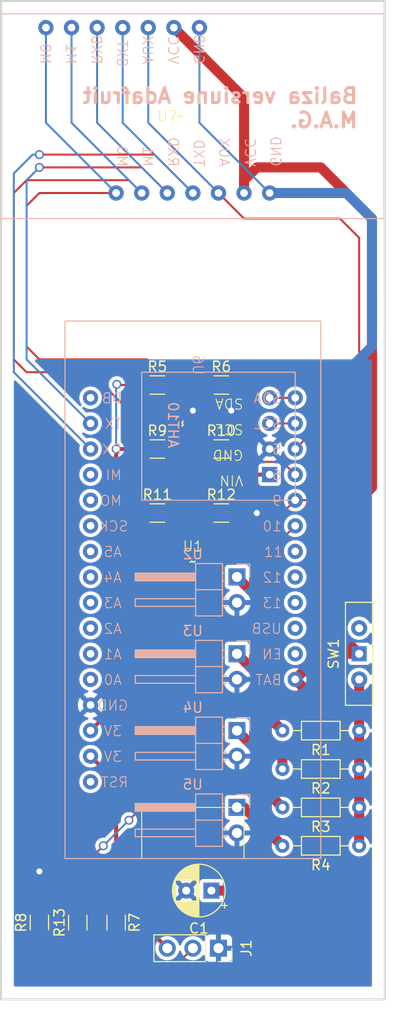
<source format=kicad_pcb>
(kicad_pcb (version 20221018) (generator pcbnew)
  (layers (0 "F.Cu" signal) (31 "B.Cu" signal) (34 "B.Paste" user) (35 "F.Paste" user) (36 "B.SilkS" user "B.Silkscreen") (37 "F.SilkS" user "F.Silkscreen") (38 "B.Mask" user) (39 "F.Mask" user) (44 "Edge.Cuts" user))
  (net 0 "")
  (net 1 "GND")
  (net 2 "Net-(J1-Pin_2)")
  (net 3 "+3.3V")
  (net 4 "Net-(SW1-C)")
  (net 5 "Net-(U2-+)")
  (net 6 "Net-(U3-+)")
  (net 7 "Net-(U4-+)")
  (net 8 "Net-(U5-+)")
  (net 9 "Net-(U1-D5)")
  (net 10 "Net-(U1-D9)")
  (net 11 "Vdrive")
  (net 14 "Net-(U1-TX)")
  (net 15 "Net-(U1-RX)")
  (net 30 "Net-(U1-SCL)")
  (net 31 "Net-(U1-SDA)")
  (net 32 "Net-(U1-D10)")
  (net 34 "Net-(U1-D6)")
  (footprint "Resistor_THT:R_Axial_DIN0204_L3.6mm_D1.6mm_P7.62mm_Horizontal" (layer "F.Cu") (at 113.03 127 180)
    (fp_text reference "R2" (at 3.81 -1.92) (layer "F.SilkS"))
    (fp_text value "R")
    (pad "1" thru_hole circle (at 0 0 180) (size 1.4 1.4) (drill 0.7) (layers "*.Cu" "*.Mask") (net 4 "Net-(SW1-C)"))
    (pad "2" thru_hole oval (at 7.62 0 180) (size 1.4 1.4) (drill 0.7) (layers "*.Cu" "*.Mask") (net 6 "Net-(U3-+)"))
  )
  (footprint "Resistor_SMD:R_1206_3216Metric_Pad1.30x1.75mm_HandSolder" (layer "F.Cu") (at 88.9 142.24 -90)
    (fp_text reference "R7" (at 0 -1.82 90) (layer "F.SilkS"))
    (fp_text value "R")
    (pad "1" smd roundrect (at -1.55 0 270) (size 1.3 1.75) (layers "F.Cu" "F.Paste" "F.Mask") (roundrect_rratio 0.1923076923) (net 3 "+3.3V"))
    (pad "2" smd roundrect (at 1.55 0 270) (size 1.3 1.75) (layers "F.Cu" "F.Paste" "F.Mask") (roundrect_rratio 0.1923076923) (net 2 "Net-(J1-Pin_2)"))
  )
  (footprint "Resistor_THT:R_Axial_DIN0204_L3.6mm_D1.6mm_P7.62mm_Horizontal" (layer "F.Cu") (at 113.03 130.81 180)
    (fp_text reference "R3" (at 3.81 -1.92) (layer "F.SilkS"))
    (fp_text value "R")
    (pad "1" thru_hole circle (at 0 0 180) (size 1.4 1.4) (drill 0.7) (layers "*.Cu" "*.Mask") (net 4 "Net-(SW1-C)"))
    (pad "2" thru_hole oval (at 7.62 0 180) (size 1.4 1.4) (drill 0.7) (layers "*.Cu" "*.Mask") (net 7 "Net-(U4-+)"))
  )
  (footprint "Connector_PinSocket_2.54mm:PinSocket_1x03_P2.54mm_Vertical" (layer "F.Cu") (at 99.06 144.78 -90)
    (fp_text reference "J1" (at 0 -2.77 90) (layer "F.SilkS"))
    (fp_text value "Conn_01x03_Socket")
    (pad "1" thru_hole rect (at 0 0 270) (size 1.7 1.7) (drill 1) (layers "*.Cu" "*.Mask") (net 1 "GND"))
    (pad "2" thru_hole oval (at 0 2.54 270) (size 1.7 1.7) (drill 1) (layers "*.Cu" "*.Mask") (net 2 "Net-(J1-Pin_2)"))
    (pad "3" thru_hole oval (at 0 5.08 270) (size 1.7 1.7) (drill 1) (layers "*.Cu" "*.Mask") (net 3 "+3.3V"))
  )
  (footprint "Resistor_THT:R_Axial_DIN0204_L3.6mm_D1.6mm_P7.62mm_Horizontal" (layer "F.Cu") (at 113.03 134.62 180)
    (fp_text reference "R4" (at 3.81 -1.92) (layer "F.SilkS"))
    (fp_text value "R")
    (pad "1" thru_hole circle (at 0 0 180) (size 1.4 1.4) (drill 0.7) (layers "*.Cu" "*.Mask") (net 4 "Net-(SW1-C)"))
    (pad "2" thru_hole oval (at 7.62 0 180) (size 1.4 1.4) (drill 0.7) (layers "*.Cu" "*.Mask") (net 8 "Net-(U5-+)"))
  )
  (footprint "Resistor_SMD:R_1206_3216Metric_Pad1.30x1.75mm_HandSolder" (layer "F.Cu") (at 99.34 101.6)
    (fp_text reference "R12" (at 0 -1.82) (layer "F.SilkS"))
    (fp_text value "R")
    (pad "1" smd roundrect (at -1.55 0) (size 1.3 1.75) (layers "F.Cu" "F.Paste" "F.Mask") (roundrect_rratio 0.1923076923) (net 10 "Net-(U1-D9)"))
    (pad "2" smd roundrect (at 1.55 0) (size 1.3 1.75) (layers "F.Cu" "F.Paste" "F.Mask") (roundrect_rratio 0.1923076923) (net 1 "GND"))
  )
  (footprint "Resistor_SMD:R_1206_3216Metric_Pad1.30x1.75mm_HandSolder" (layer "F.Cu") (at 81.28 142.24 90)
    (fp_text reference "R8" (at 0 -1.82 90) (layer "F.SilkS"))
    (fp_text value "R")
    (pad "1" smd roundrect (at -1.55 0 90) (size 1.3 1.75) (layers "F.Cu" "F.Paste" "F.Mask") (roundrect_rratio 0.1923076923) (net 2 "Net-(J1-Pin_2)"))
    (pad "2" smd roundrect (at 1.55 0 90) (size 1.3 1.75) (layers "F.Cu" "F.Paste" "F.Mask") (roundrect_rratio 0.1923076923) (net 1 "GND"))
  )
  (footprint "Resistor_SMD:R_1206_3216Metric_Pad1.30x1.75mm_HandSolder" (layer "F.Cu") (at 99.34 95.25)
    (fp_text reference "R10" (at 0 -1.82) (layer "F.SilkS"))
    (fp_text value "R")
    (pad "1" smd roundrect (at -1.55 0) (size 1.3 1.75) (layers "F.Cu" "F.Paste" "F.Mask") (roundrect_rratio 0.1923076923) (net 34 "Net-(U1-D6)"))
    (pad "2" smd roundrect (at 1.55 0) (size 1.3 1.75) (layers "F.Cu" "F.Paste" "F.Mask") (roundrect_rratio 0.1923076923) (net 1 "GND"))
  )
  (footprint "Resistor_SMD:R_1206_3216Metric_Pad1.30x1.75mm_HandSolder" (layer "F.Cu") (at 99.34 88.9)
    (fp_text reference "R6" (at 0 -1.82) (layer "F.SilkS"))
    (fp_text value "R")
    (pad "1" smd roundrect (at -1.55 0) (size 1.3 1.75) (layers "F.Cu" "F.Paste" "F.Mask") (roundrect_rratio 0.1923076923) (net 9 "Net-(U1-D5)"))
    (pad "2" smd roundrect (at 1.55 0) (size 1.3 1.75) (layers "F.Cu" "F.Paste" "F.Mask") (roundrect_rratio 0.1923076923) (net 1 "GND"))
  )
  (footprint "Resistor_SMD:R_1206_3216Metric_Pad1.30x1.75mm_HandSolder" (layer "F.Cu") (at 85.09 142.24 90)
    (fp_text reference "R13" (at 0 -1.82 90) (layer "F.SilkS"))
    (fp_text value "R")
    (pad "1" smd roundrect (at -1.55 0 90) (size 1.3 1.75) (layers "F.Cu" "F.Paste" "F.Mask") (roundrect_rratio 0.1923076923) (net 2 "Net-(J1-Pin_2)"))
    (pad "2" smd roundrect (at 1.55 0 90) (size 1.3 1.75) (layers "F.Cu" "F.Paste" "F.Mask") (roundrect_rratio 0.1923076923) (net 32 "Net-(U1-D10)"))
  )
  (footprint "Resistor_SMD:R_1206_3216Metric_Pad1.30x1.75mm_HandSolder" (layer "F.Cu") (at 92.99 101.6)
    (fp_text reference "R11" (at 0 -1.82) (layer "F.SilkS"))
    (fp_text value "R")
    (pad "1" smd roundrect (at -1.55 0) (size 1.3 1.75) (layers "F.Cu" "F.Paste" "F.Mask") (roundrect_rratio 0.1923076923) (net 3 "+3.3V"))
    (pad "2" smd roundrect (at 1.55 0) (size 1.3 1.75) (layers "F.Cu" "F.Paste" "F.Mask") (roundrect_rratio 0.1923076923) (net 10 "Net-(U1-D9)"))
  )
  (footprint "Button_Switch_THT:SW_Slide-03_Wuerth-WS-SLTV_10x2.5x6.4_P2.54mm" (layer "F.Cu") (at 113.03 115.57 90)
    (fp_text reference "SW1" (at 0 -2.54 90) (layer "F.SilkS"))
    (fp_text value "SW_Wuerth_450301014042")
    (pad "1" thru_hole rect (at 0 0 90) (size 1.5 1.5) (drill 0.8) (layers "*.Cu" "*.Mask") (net 11 "Vdrive"))
    (pad "2" thru_hole circle (at -2.54 0 90) (size 1.6 1.6) (drill 0.8) (layers "*.Cu" "*.Mask") (net 4 "Net-(SW1-C)"))
    (pad "3" thru_hole circle (at 2.54 0 90) (size 1.6 1.6) (drill 0.8) (layers "*.Cu" "*.Mask"))
  )
  (footprint "Resistor_THT:R_Axial_DIN0204_L3.6mm_D1.6mm_P7.62mm_Horizontal" (layer "F.Cu") (at 113.03 123.19 180)
    (fp_text reference "R1" (at 3.81 -1.92) (layer "F.SilkS"))
    (fp_text value "R")
    (pad "1" thru_hole circle (at 0 0 180) (size 1.4 1.4) (drill 0.7) (layers "*.Cu" "*.Mask") (net 4 "Net-(SW1-C)"))
    (pad "2" thru_hole oval (at 7.62 0 180) (size 1.4 1.4) (drill 0.7) (layers "*.Cu" "*.Mask") (net 5 "Net-(U2-+)"))
  )
  (footprint "FootprintAnton:Adafruit ESP-32" (layer "F.Cu") (at 96.52 105.41)
    (fp_text reference "U1" (at 0 -0.5 unlocked) (layer "F.SilkS") (effects (font (thickness 0.1))))
    (fp_text value "~" (at 0 1 unlocked) (layer "F.SilkS"))
    (fp_text user "SCK" (at -6.35 -1.905 unlocked) (layer "B.SilkS") (effects (font (thickness 0.1)) (justify left bottom mirror)))
    (fp_text user "EN" (at 8.89 10.795 unlocked) (layer "B.SilkS") (effects (font (thickness 0.1)) (justify left bottom mirror)))
    (fp_text user "SCL" (at 8.89 -12.065 unlocked) (layer "B.SilkS") (effects (font (thickness 0.1)) (justify left bottom mirror)))
    (fp_text user "USB" (at 8.89 8.255 unlocked) (layer "B.SilkS") (effects (font (thickness 0.1)) (justify left bottom mirror)))
    (fp_text user "MO" (at -6.985 -4.445 unlocked) (layer "B.SilkS") (effects (font (thickness 0.1)) (justify left bottom mirror)))
    (fp_text user "RX" (at -6.985 -9.525 unlocked) (layer "B.SilkS") (effects (font (thickness 0.1)) (justify left bottom mirror)))
    (fp_text user "RST" (at -6.35 23.495 unlocked) (layer "B.SilkS") (effects (font (thickness 0.1)) (justify left bottom mirror)))
    (fp_text user "SDA" (at 8.89 -14.605 unlocked) (layer "B.SilkS") (effects (font (thickness 0.1)) (justify left bottom mirror)))
    (fp_text user "13" (at 8.89 5.715 unlocked) (layer "B.SilkS") (effects (font (thickness 0.1)) (justify left bottom mirror)))
    (fp_text user "3V" (at -6.985 18.415 unlocked) (layer "B.SilkS") (effects (font (thickness 0.1)) (justify left bottom mirror)))
    (fp_text user "A3" (at -6.985 5.715 unlocked) (layer "B.SilkS") (effects (font (thickness 0.1)) (justify left bottom mirror)))
    (fp_text user "12" (at 8.89 3.175 unlocked) (layer "B.SilkS") (effects (font (thickness 0.1)) (justify left bottom mirror)))
    (fp_text user "A5" (at -6.985 0.635 unlocked) (layer "B.SilkS") (effects (font (thickness 0.1)) (justify left bottom mirror)))
    (fp_text user "A4" (at -6.985 3.175 unlocked) (layer "B.SilkS") (effects (font (thickness 0.1)) (justify left bottom mirror)))
    (fp_text user "BAT" (at 8.89 13.335 unlocked) (layer "B.SilkS") (effects (font (thickness 0.1)) (justify left bottom mirror)))
    (fp_text user "MI" (at -6.985 -6.985 unlocked) (layer "B.SilkS") (effects (font (thickness 0.1)) (justify left bottom mirror)))
    (fp_text user "TX" (at -6.985 -12.065 unlocked) (layer "B.SilkS") (effects (font (thickness 0.1)) (justify left bottom mirror)))
    (fp_text user "A1" (at -6.985 10.795 unlocked) (layer "B.SilkS") (effects (font (thickness 0.1)) (justify left bottom mirror)))
    (fp_text user "3V" (at -6.985 20.955 unlocked) (layer "B.SilkS") (effects (font (thickness 0.1)) (justify left bottom mirror)))
    (fp_text user "11" (at 6.985 0.635 unlocked) (layer "B.SilkS") (effects (font (thickness 0.1)) (justify left bottom)))
    (fp_text user "10" (at 8.89 -1.905 unlocked) (layer "B.SilkS") (effects (font (thickness 0.1)) (justify left bottom mirror)))
    (fp_text user "9" (at 8.89 -4.445 unlocked) (layer "B.SilkS") (effects (font (thickness 0.1)) (justify left bottom mirror)))
    (fp_text user "DB" (at -6.985 -14.605 unlocked) (layer "B.SilkS") (effects (font (thickness 0.1)) (justify left bottom mirror)))
    (fp_text user "GND" (at -6.35 15.875 unlocked) (layer "B.SilkS") (effects (font (thickness 0.1)) (justify left bottom mirror)))
    (fp_text user "A0" (at -6.985 13.335 unlocked) (layer "B.SilkS") (effects (font (thickness 0.1)) (justify left bottom mirror)))
    (fp_text user "5" (at 8.89 -9.525 unlocked) (layer "B.SilkS") (effects (font (thickness 0.1)) (justify left bottom mirror)))
    (fp_text user "A2" (at -6.985 8.255 unlocked) (layer "B.SilkS") (effects (font (thickness 0.1)) (justify left bottom mirror)))
    (fp_text user "6" (at 8.89 -6.985 unlocked) (layer "B.SilkS") (effects (font (thickness 0.1)) (justify left bottom mirror)))
    (pad "1" thru_hole circle (at -10.16 -15.24) (size 1.524 1.524) (drill 0.762) (layers "*.Cu" "*.Mask"))
    (pad "2" thru_hole circle (at -10.16 -12.7) (size 1.524 1.524) (drill 0.762) (layers "*.Cu" "*.Mask") (net 14 "Net-(U1-TX)"))
    (pad "3" thru_hole circle (at -10.16 -10.16) (size 1.524 1.524) (drill 0.762) (layers "*.Cu" "*.Mask") (net 15 "Net-(U1-RX)"))
    (pad "4" thru_hole circle (at -10.16 -7.62) (size 1.524 1.524) (drill 0.762) (layers "*.Cu" "*.Mask"))
    (pad "5" thru_hole circle (at -10.16 -5.08) (size 1.524 1.524) (drill 0.762) (layers "*.Cu" "*.Mask"))
    (pad "6" thru_hole circle (at -10.16 -2.54) (size 1.524 1.524) (drill 0.762) (layers "*.Cu" "*.Mask"))
    (pad "7" thru_hole circle (at -10.16 0) (size 1.524 1.524) (drill 0.762) (layers "*.Cu" "*.Mask"))
    (pad "8" thru_hole circle (at -10.16 2.54) (size 1.524 1.524) (drill 0.762) (layers "*.Cu" "*.Mask"))
    (pad "9" thru_hole circle (at -10.16 5.08) (size 1.524 1.524) (drill 0.762) (layers "*.Cu" "*.Mask"))
    (pad "10" thru_hole circle (at -10.16 7.62) (size 1.524 1.524) (drill 0.762) (layers "*.Cu" "*.Mask"))
    (pad "11" thru_hole circle (at -10.16 10.16) (size 1.524 1.524) (drill 0.762) (layers "*.Cu" "*.Mask"))
    (pad "12" thru_hole circle (at -10.16 12.7) (size 1.524 1.524) (drill 0.762) (layers "*.Cu" "*.Mask"))
    (pad "13" thru_hole circle (at -10.16 15.24) (size 1.524 1.524) (drill 0.762) (layers "*.Cu" "*.Mask") (net 1 "GND"))
    (pad "14" thru_hole circle (at -10.16 17.78) (size 1.524 1.524) (drill 0.762) (layers "*.Cu" "*.Mask") (net 3 "+3.3V"))
    (pad "15" thru_hole circle (at -10.16 20.32) (size 1.524 1.524) (drill 0.762) (layers "*.Cu" "*.Mask") (net 3 "+3.3V"))
    (pad "16" thru_hole circle (at -10.16 22.86) (size 1.524 1.524) (drill 0.762) (layers "*.Cu" "*.Mask"))
    (pad "17" thru_hole circle (at 10.16 12.7) (size 1.524 1.524) (drill 0.762) (layers "*.Cu" "*.Mask") (net 11 "Vdrive"))
    (pad "18" thru_hole circle (at 10.16 10.16) (size 1.524 1.524) (drill 0.762) (layers "*.Cu" "*.Mask"))
    (pad "19" thru_hole circle (at 10.16 7.62) (size 1.524 1.524) (drill 0.762) (layers "*.Cu" "*.Mask"))
    (pad "20" thru_hole circle (at 10.16 5.08) (size 1.524 1.524) (drill 0.762) (layers "*.Cu" "*.Mask"))
    (pad "21" thru_hole circle (at 10.16 2.54) (size 1.524 1.524) (drill 0.762) (layers "*.Cu" "*.Mask"))
    (pad "22" thru_hole circle (at 10.16 0) (size 1.524 1.524) (drill 0.762) (layers "*.Cu" "*.Mask"))
    (pad "23" thru_hole circle (at 10.16 -2.54) (size 1.524 1.524) (drill 0.762) (layers "*.Cu" "*.Mask") (net 32 "Net-(U1-D10)"))
    (pad "24" thru_hole circle (at 10.16 -5.08) (size 1.524 1.524) (drill 0.762) (layers "*.Cu" "*.Mask") (net 10 "Net-(U1-D9)"))
    (pad "25" thru_hole circle (at 10.16 -7.62) (size 1.524 1.524) (drill 0.762) (layers "*.Cu" "*.Mask") (net 34 "Net-(U1-D6)"))
    (pad "26" thru_hole circle (at 10.16 -10.16) (size 1.524 1.524) (drill 0.762) (layers "*.Cu" "*.Mask") (net 9 "Net-(U1-D5)"))
    (pad "27" thru_hole circle (at 10.16 -12.7) (size 1.524 1.524) (drill 0.762) (layers "*.Cu" "*.Mask") (net 30 "Net-(U1-SCL)"))
    (pad "28" thru_hole circle (at 10.16 -15.24) (size 1.524 1.524) (drill 0.762) (layers "*.Cu" "*.Mask") (net 31 "Net-(U1-SDA)"))
  )
  (footprint "Capacitor_THT:CP_Radial_D5.0mm_P2.50mm" (layer "F.Cu") (at 98.360113 139.065 180)
    (fp_text reference "C1" (at 1.25 -3.75) (layer "F.SilkS"))
    (fp_text value "C")
    (pad "1" thru_hole rect (at 0 0 180) (size 1.6 1.6) (drill 0.8) (layers "*.Cu" "*.Mask") (net 11 "Vdrive"))
    (pad "2" thru_hole circle (at 2.5 0 180) (size 1.6 1.6) (drill 0.8) (layers "*.Cu" "*.Mask") (net 1 "GND"))
  )
  (footprint "Resistor_SMD:R_1206_3216Metric_Pad1.30x1.75mm_HandSolder" (layer "F.Cu") (at 92.99 95.25)
    (fp_text reference "R9" (at 0 -1.82) (layer "F.SilkS"))
    (fp_text value "R")
    (pad "1" smd roundrect (at -1.55 0) (size 1.3 1.75) (layers "F.Cu" "F.Paste" "F.Mask") (roundrect_rratio 0.1923076923) (net 3 "+3.3V"))
    (pad "2" smd roundrect (at 1.55 0) (size 1.3 1.75) (layers "F.Cu" "F.Paste" "F.Mask") (roundrect_rratio 0.1923076923) (net 34 "Net-(U1-D6)"))
  )
  (footprint "Resistor_SMD:R_1206_3216Metric_Pad1.30x1.75mm_HandSolder" (layer "F.Cu") (at 92.99 88.9)
    (fp_text reference "R5" (at 0 -1.82) (layer "F.SilkS"))
    (fp_text value "R")
    (pad "1" smd roundrect (at -1.55 0) (size 1.3 1.75) (layers "F.Cu" "F.Paste" "F.Mask") (roundrect_rratio 0.1923076923) (net 3 "+3.3V"))
    (pad "2" smd roundrect (at 1.55 0) (size 1.3 1.75) (layers "F.Cu" "F.Paste" "F.Mask") (roundrect_rratio 0.1923076923) (net 9 "Net-(U1-D5)"))
  )
  (footprint "Connector_PinHeader_2.54mm:PinHeader_1x02_P2.54mm_Horizontal" (layer "B.Cu") (at 100.895 115.57 180)
    (fp_text reference "U3" (at 4.385 2.27) (layer "B.SilkS") (effects (justify mirror)))
    (fp_text value "~")
    (pad "1" thru_hole rect (at 0 0 180) (size 1.7 1.7) (drill 1) (layers "*.Cu" "*.Mask") (net 6 "Net-(U3-+)"))
    (pad "2" thru_hole oval (at 0 -2.54 180) (size 1.7 1.7) (drill 1) (layers "*.Cu" "*.Mask") (net 1 "GND"))
  )
  (footprint "FootprintAnton:AHT10" (layer "B.Cu") (at 96.52 95.25 90)
    (fp_text reference "U6" (at 8.33 0.5 270 unlocked) (layer "B.SilkS") (effects (font (thickness 0.1)) (justify mirror)))
    (fp_text value "~" (at 2.54 -1 270 unlocked) (layer "F.SilkS") (effects (justify mirror)))
    (fp_text user "AHT10" (at 0 -2.54 270 unlocked) (layer "B.SilkS") (effects (justify left bottom mirror)))
    (fp_text user "SCL" (at 2.54 5.08 180 unlocked) (layer "F.SilkS") (effects (font (thickness 0.1)) (justify left bottom)))
    (fp_text user "VIN" (at -2.54 5.08 180 unlocked) (layer "F.SilkS") (effects (font (thickness 0.1)) (justify left bottom)))
    (fp_text user "SDA" (at 5.08 5.08 180 unlocked) (layer "F.SilkS") (effects (font (thickness 0.1)) (justify left bottom)))
    (fp_text user "GND" (at 0 5.08 180 unlocked) (layer "F.SilkS") (effects (font (thickness 0.1)) (justify left bottom)))
    (pad "1" thru_hole rect (at -2.54 7.62 90) (size 1.524 1.524) (drill 0.762) (layers "*.Cu" "*.Mask") (net 3 "+3.3V"))
    (pad "2" thru_hole circle (at 0 7.62 90) (size 1.524 1.524) (drill 0.762) (layers "*.Cu" "*.Mask") (net 1 "GND"))
    (pad "3" thru_hole circle (at 2.54 7.62 90) (size 1.524 1.524) (drill 0.762) (layers "*.Cu" "*.Mask") (net 30 "Net-(U1-SCL)"))
    (pad "4" thru_hole circle (at 5.08 7.62 90) (size 1.524 1.524) (drill 0.762) (layers "*.Cu" "*.Mask") (net 31 "Net-(U1-SDA)"))
  )
  (footprint "FootprintAnton:Modul E22- ambele modele" (layer "B.Cu") (at 104.14 69.85 180)
    (fp_text reference "U7" (at 10.16 7.62 unlocked) (layer "F.SilkS") (effects (font (thickness 0.1))))
    (fp_text value "~" (at 8.89 7.62 unlocked) (layer "F.SilkS"))
    (fp_text user "RXD" (at 17.78 12.7 270 unlocked) (layer "B.SilkS") (effects (font (thickness 0.1)) (justify left bottom mirror)))
    (fp_text user "VCC" (at 10.16 12.7 270 unlocked) (layer "B.SilkS") (effects (font (thickness 0.1)) (justify left bottom mirror)))
    (fp_text user "M1" (at 20.32 12.7 270 unlocked) (layer "B.SilkS") (effects (font (thickness 0.1)) (justify left bottom mirror)))
    (fp_text user "GND" (at 0 2.54 270 unlocked) (layer "B.SilkS") (effects (font (thickness 0.1)) (justify left bottom mirror)))
    (fp_text user "GND" (at 7.62 12.7 270 unlocked) (layer "B.SilkS") (effects (font (thickness 0.1)) (justify left bottom mirror)))
    (fp_text user "M0" (at 22.86 12.7 270 unlocked) (layer "B.SilkS") (effects (font (thickness 0.1)) (justify left bottom mirror)))
    (fp_text user "M0" (at 15.24 2.54 270 unlocked) (layer "B.SilkS") (effects (font (thickness 0.1)) (justify left bottom mirror)))
    (fp_text user "RXD" (at 10.16 2.54 270 unlocked) (layer "B.SilkS") (effects (font (thickness 0.1)) (justify left bottom mirror)))
    (fp_text user "AUX" (at 12.7 12.7 270 unlocked) (layer "B.SilkS") (effects (font (thickness 0.1)) (justify left bottom mirror)))
    (fp_text user "TXD" (at 7.62 2.54 270 unlocked) (layer "B.SilkS") (effects (font (thickness 0.1)) (justify left bottom mirror)))
    (fp_text user "M1" (at 12.7 2.54 270 unlocked) (layer "B.SilkS") (effects (font (thickness 0.1)) (justify left bottom mirror)))
    (fp_text user "VCC" (at 2.54 2.54 270 unlocked) (layer "B.SilkS") (effects (font (thickness 0.1)) (justify left bottom mirror)))
    (fp_text user "TXD" (at 15.24 15.24 270 unlocked) (layer "B.SilkS") (effects (font (thickness 0.1)) (justify left bottom)))
    (fp_text user "AUX" (at 5.08 2.54 270 unlocked) (layer "B.SilkS") (effects (font (thickness 0.1)) (justify left bottom mirror)))
    (pad "1" thru_hole circle (at 15.24 0 180) (size 1.524 1.524) (drill 0.762) (layers "*.Cu" "*.Mask") (net 9 "Net-(U1-D5)"))
    (pad "1" thru_hole circle (at 22.21 16.41 180) (size 1.524 1.524) (drill 0.762) (layers "*.Cu" "*.Mask") (net 9 "Net-(U1-D5)"))
    (pad "2" thru_hole circle (at 12.7 0 180) (size 1.524 1.524) (drill 0.762) (layers "*.Cu" "*.Mask") (net 34 "Net-(U1-D6)"))
    (pad "2" thru_hole circle (at 19.67 16.41 180) (size 1.524 1.524) (drill 0.762) (layers "*.Cu" "*.Mask") (net 34 "Net-(U1-D6)"))
    (pad "3" thru_hole circle (at 10.16 0 180) (size 1.524 1.524) (drill 0.762) (layers "*.Cu" "*.Mask") (net 14 "Net-(U1-TX)"))
    (pad "3" thru_hole circle (at 17.13 16.41 180) (size 1.524 1.524) (drill 0.762) (layers "*.Cu" "*.Mask") (net 14 "Net-(U1-TX)"))
    (pad "4" thru_hole circle (at 7.62 0 180) (size 1.524 1.524) (drill 0.762) (layers "*.Cu" "*.Mask") (net 15 "Net-(U1-RX)"))
    (pad "4" thru_hole circle (at 14.59 16.41 180) (size 1.524 1.524) (drill 0.762) (layers "*.Cu" "*.Mask") (net 15 "Net-(U1-RX)"))
    (pad "5" thru_hole circle (at 5.08 0 180) (size 1.524 1.524) (drill 0.762) (layers "*.Cu" "*.Mask") (net 10 "Net-(U1-D9)"))
    (pad "5" thru_hole circle (at 12.05 16.41 180) (size 1.524 1.524) (drill 0.762) (layers "*.Cu" "*.Mask") (net 10 "Net-(U1-D9)"))
    (pad "6" thru_hole circle (at 2.54 0 180) (size 1.524 1.524) (drill 0.762) (layers "*.Cu" "*.Mask") (net 11 "Vdrive"))
    (pad "6" thru_hole circle (at 9.51 16.41 180) (size 1.524 1.524) (drill 0.762) (layers "*.Cu" "*.Mask") (net 11 "Vdrive"))
    (pad "7" thru_hole circle (at 0 0 180) (size 1.524 1.524) (drill 0.762) (layers "*.Cu" "*.Mask") (net 1 "GND"))
    (pad "7" thru_hole circle (at 6.97 16.41 180) (size 1.524 1.524) (drill 0.762) (layers "*.Cu" "*.Mask") (net 1 "GND"))
  )
  (footprint "Connector_PinHeader_2.54mm:PinHeader_1x02_P2.54mm_Horizontal" (layer "B.Cu") (at 100.895 107.945 180)
    (fp_text reference "U2" (at 4.385 2.27) (layer "B.SilkS") (effects (justify mirror)))
    (fp_text value "~")
    (pad "1" thru_hole rect (at 0 0 180) (size 1.7 1.7) (drill 1) (layers "*.Cu" "*.Mask") (net 5 "Net-(U2-+)"))
    (pad "2" thru_hole oval (at 0 -2.54 180) (size 1.7 1.7) (drill 1) (layers "*.Cu" "*.Mask") (net 1 "GND"))
  )
  (footprint "Connector_PinHeader_2.54mm:PinHeader_1x02_P2.54mm_Horizontal" (layer "B.Cu") (at 100.895 130.805 180)
    (fp_text reference "U5" (at 4.385 2.27) (layer "B.SilkS") (effects (justify mirror)))
    (fp_text value "~")
    (pad "1" thru_hole rect (at 0 0 180) (size 1.7 1.7) (drill 1) (layers "*.Cu" "*.Mask") (net 8 "Net-(U5-+)"))
    (pad "2" thru_hole oval (at 0 -2.54 180) (size 1.7 1.7) (drill 1) (layers "*.Cu" "*.Mask") (net 1 "GND"))
  )
  (footprint "Connector_PinHeader_2.54mm:PinHeader_1x02_P2.54mm_Horizontal" (layer "B.Cu") (at 100.895 123.185 180)
    (fp_text reference "U4" (at 4.385 2.27) (layer "B.SilkS") (effects (justify mirror)))
    (fp_text value "~")
    (pad "1" thru_hole rect (at 0 0 180) (size 1.7 1.7) (drill 1) (layers "*.Cu" "*.Mask") (net 7 "Net-(U4-+)"))
    (pad "2" thru_hole oval (at 0 -2.54 180) (size 1.7 1.7) (drill 1) (layers "*.Cu" "*.Mask") (net 1 "GND"))
  )
  (gr_line (start 115.49 50.8) (end 115.57 149.86) (stroke (width 0.1)) (layer "F.SilkS"))
  (gr_line (start 115.49 50.8) (end 115.49 71.12) (stroke (width 0.1)) (layer "F.SilkS"))
  (gr_rect (start 77.47 50.8) (end 115.57 149.86) (stroke (width 0.2)) (fill none) (layer "Edge.Cuts"))
  (gr_text "Baliza versiune Adafruit\nM.A.G." (at 113.03 63.5) (layer "B.SilkS") (effects (font (size 1.5 1.5) (thickness 0.3) bold) (justify left bottom mirror)))
  (segment (start 81.28 140.69) (end 81.28 137.16) (width 0.2) (layer "F.Cu") (net 1))
  (segment (start 100.89 90.88) (end 100.33 91.44) (width 0.2) (layer "F.Cu") (net 1))
  (segment (start 100.89 101.6) (end 102.87 101.6) (width 0.2) (layer "F.Cu") (net 1))
  (segment (start 97.08 91.44) (end 100.89 95.25) (width 0.2) (layer "F.Cu") (net 1))
  (segment (start 96.52 91.44) (end 97.08 91.44) (width 0.2) (layer "F.Cu") (net 1))
  (segment (start 100.89 88.9) (end 100.89 90.88) (width 0.2) (layer "F.Cu") (net 1))
  (via (at 81.28 137.16) (size 0.9) (drill 0.6) (layers "F.Cu" "B.Cu") (net 1))
  (via (at 100.33 91.44) (size 0.9) (drill 0.6) (layers "F.Cu" "B.Cu") (net 1))
  (via (at 102.87 101.6) (size 0.9) (drill 0.6) (layers "F.Cu" "B.Cu") (net 1))
  (via (at 96.52 91.44) (size 0.9) (drill 0.6) (layers "F.Cu" "B.Cu") (net 1))
  (segment (start 101.455 118.11) (end 100.895 118.11) (width 1) (layer "B.Cu") (net 1))
  (segment (start 97.17 62.88) (end 104.14 69.85) (width 0.2) (layer "B.Cu") (net 1))
  (segment (start 114.3 72.39) (end 114.3 85.09) (width 1) (layer "B.Cu") (net 1))
  (segment (start 104.14 69.85) (end 111.76 69.85) (width 1) (layer "B.Cu") (net 1))
  (segment (start 114.3 85.09) (end 111.76 87.63) (width 1) (layer "B.Cu") (net 1))
  (segment (start 97.17 53.44) (end 97.17 62.88) (width 0.2) (layer "B.Cu") (net 1))
  (segment (start 111.76 69.85) (end 114.3 72.39) (width 1) (layer "B.Cu") (net 1))
  (segment (start 87.985 146.685) (end 85.09 143.79) (width 0.2) (layer "F.Cu") (net 2))
  (segment (start 94.615 146.685) (end 87.985 146.685) (width 0.2) (layer "F.Cu") (net 2))
  (segment (start 81.28 143.79) (end 85.09 143.79) (width 0.2) (layer "F.Cu") (net 2))
  (segment (start 85.09 143.79) (end 88.9 143.79) (width 0.2) (layer "F.Cu") (net 2))
  (segment (start 96.52 144.78) (end 94.615 146.685) (width 0.2) (layer "F.Cu") (net 2))
  (segment (start 104.14 97.79) (end 93.98 97.79) (width 0.4) (layer "F.Cu") (net 3))
  (segment (start 93.98 97.79) (end 91.44 95.25) (width 0.4) (layer "F.Cu") (net 3))
  (segment (start 86.36 125.73) (end 88.9 128.27) (width 0.4) (layer "F.Cu") (net 3))
  (segment (start 86.36 123.19) (end 88.9 120.65) (width 0.4) (layer "F.Cu") (net 3))
  (segment (start 88.9 95.25) (end 91.44 95.25) (width 0.4) (layer "F.Cu") (net 3))
  (segment (start 89.03853 88.9) (end 91.44 88.9) (width 0.2) (layer "F.Cu") (net 3))
  (segment (start 88.9 101.6) (end 88.9 95.25) (width 0.4) (layer "F.Cu") (net 3))
  (segment (start 88.9 128.27) (end 88.9 140.69) (width 0.4) (layer "F.Cu") (net 3))
  (segment (start 88.969265 88.830735) (end 89.03853 88.9) (width 0.2) (layer "F.Cu") (net 3))
  (segment (start 88.9 120.65) (end 88.9 101.6) (width 0.4) (layer "F.Cu") (net 3))
  (segment (start 88.9 140.69) (end 89.89 140.69) (width 0.4) (layer "F.Cu") (net 3))
  (segment (start 89.89 140.69) (end 93.98 144.78) (width 0.4) (layer "F.Cu") (net 3))
  (segment (start 88.9 101.6) (end 91.44 101.6) (width 0.2) (layer "F.Cu") (net 3))
  (via (at 88.969265 88.830735) (size 0.9) (drill 0.6) (layers "F.Cu" "B.Cu") (net 3))
  (via (at 88.9 95.25) (size 0.9) (drill 0.6) (layers "F.Cu" "B.Cu") (net 3))
  (segment (start 88.9 95.25) (end 88.9 88.9) (width 0.2) (layer "B.Cu") (net 3))
  (segment (start 88.9 88.9) (end 88.969265 88.830735) (width 0.2) (layer "B.Cu") (net 3))
  (segment (start 113.03 130.81) (end 113.03 134.62) (width 1) (layer "F.Cu") (net 4))
  (segment (start 113.03 123.19) (end 113.03 127) (width 1) (layer "F.Cu") (net 4))
  (segment (start 113.03 118.11) (end 113.03 123.19) (width 1) (layer "F.Cu") (net 4))
  (segment (start 113.03 127) (end 113.03 130.81) (width 1) (layer "F.Cu") (net 4))
  (segment (start 104.14 111.19) (end 104.14 121.92) (width 1) (layer "F.Cu") (net 5))
  (segment (start 104.14 121.92) (end 105.41 123.19) (width 1) (layer "F.Cu") (net 5))
  (segment (start 100.895 107.945) (end 104.14 111.19) (width 1) (layer "F.Cu") (net 5))
  (segment (start 102.87 123.19) (end 105.41 125.73) (width 1) (layer "F.Cu") (net 6))
  (segment (start 105.41 125.73) (end 105.41 127) (width 1) (layer "F.Cu") (net 6))
  (segment (start 100.895 115.57) (end 102.87 117.545) (width 1) (layer "F.Cu") (net 6))
  (segment (start 102.87 117.545) (end 102.87 123.19) (width 1) (layer "F.Cu") (net 6))
  (segment (start 100.895 123.185) (end 102.87 125.16) (width 1) (layer "F.Cu") (net 7))
  (segment (start 102.87 125.16) (end 102.87 128.27) (width 1) (layer "F.Cu") (net 7))
  (segment (start 102.87 128.27) (end 105.41 130.81) (width 1) (layer "F.Cu") (net 7))
  (segment (start 101.595 130.805) (end 105.41 134.62) (width 1) (layer "F.Cu") (net 8))
  (segment (start 100.895 130.805) (end 101.595 130.805) (width 1) (layer "F.Cu") (net 8))
  (segment (start 107.95 88.9) (end 107.95 93.98) (width 0.2) (layer "F.Cu") (net 9))
  (segment (start 80.01 85.09) (end 81.28 86.36) (width 0.2) (layer "F.Cu") (net 9))
  (segment (start 88.9 69.85) (end 81.28 69.85) (width 0.2) (layer "F.Cu") (net 9))
  (segment (start 107.95 93.98) (end 106.68 95.25) (width 0.2) (layer "F.Cu") (net 9))
  (segment (start 81.28 69.85) (end 80.01 71.12) (width 0.2) (layer "F.Cu") (net 9))
  (segment (start 94.54 88.9) (end 97.79 88.9) (width 0.2) (layer "F.Cu") (net 9))
  (segment (start 106.775 87.725) (end 107.95 88.9) (width 0.2) (layer "F.Cu") (net 9))
  (segment (start 81.28 86.36) (end 92 86.36) (width 0.2) (layer "F.Cu") (net 9))
  (segment (start 80.01 71.12) (end 80.01 85.09) (width 0.2) (layer "F.Cu") (net 9))
  (segment (start 97.79 88.9) (end 98.965 87.725) (width 0.2) (layer "F.Cu") (net 9))
  (segment (start 94.54 88.19) (end 94.54 88.9) (width 0.2) (layer "F.Cu") (net 9))
  (segment (start 92 86.36) (end 94.54 88.9) (width 0.2) (layer "F.Cu") (net 9))
  (segment (start 98.965 87.725) (end 106.775 87.725) (width 0.2) (layer "F.Cu") (net 9))
  (segment (start 81.93 62.88) (end 88.9 69.85) (width 0.2) (layer "B.Cu") (net 9))
  (segment (start 81.93 53.44) (end 81.93 62.88) (width 0.2) (layer "B.Cu") (net 9))
  (segment (start 113.03 74.295) (end 113.03 95.25) (width 0.2) (layer "F.Cu") (net 10))
  (segment (start 104.14 102.87) (end 106.68 100.33) (width 0.2) (layer "F.Cu") (net 10))
  (segment (start 107.95 100.33) (end 106.68 100.33) (width 0.2) (layer "F.Cu") (net 10))
  (segment (start 101.6 72.39) (end 111.125 72.39) (width 0.2) (layer "F.Cu") (net 10))
  (segment (start 99.06 69.85) (end 101.6 72.39) (width 0.2) (layer "F.Cu") (net 10))
  (segment (start 99.06 102.87) (end 104.14 102.87) (width 0.2) (layer "F.Cu") (net 10))
  (segment (start 94.54 101.6) (end 97.79 101.6) (width 0.2) (layer "F.Cu") (net 10))
  (segment (start 97.79 101.6) (end 99.06 102.87) (width 0.2) (layer "F.Cu") (net 10))
  (segment (start 111.125 72.39) (end 113.03 74.295) (width 0.2) (layer "F.Cu") (net 10))
  (segment (start 113.03 95.25) (end 107.95 100.33) (width 0.2) (layer "F.Cu") (net 10))
  (segment (start 92.09 62.88) (end 99.06 69.85) (width 0.2) (layer "B.Cu") (net 10))
  (segment (start 92.09 53.44) (end 92.09 62.88) (width 0.2) (layer "B.Cu") (net 10))
  (segment (start 109.22 115.57) (end 106.68 118.11) (width 1) (layer "F.Cu") (net 11))
  (segment (start 110.49 113.03) (end 110.49 102.87) (width 1) (layer "F.Cu") (net 11))
  (segment (start 113.03 115.57) (end 109.22 115.57) (width 1) (layer "F.Cu") (net 11))
  (segment (start 104.812449 139.065) (end 107.441999 136.43545) (width 1) (layer "F.Cu") (net 11))
  (segment (start 107.441999 118.871999) (end 106.68 118.11) (width 1) (layer "F.Cu") (net 11))
  (segment (start 102.87 67.31) (end 101.6 68.58) (width 1) (layer "F.Cu") (net 11))
  (segment (start 110.49 102.87) (end 114.3 99.06) (width 1) (layer "F.Cu") (net 11))
  (segment (start 109.22 67.31) (end 102.87 67.31) (width 1) (layer "F.Cu") (net 11))
  (segment (start 114.3 72.39) (end 109.22 67.31) (width 1) (layer "F.Cu") (net 11))
  (segment (start 114.3 99.06) (end 114.3 72.39) (width 1) (layer "F.Cu") (net 11))
  (segment (start 113.03 115.57) (end 110.49 113.03) (width 1) (layer "F.Cu") (net 11))
  (segment (start 101.6 69.85) (end 101.6 60.41) (width 1) (layer "F.Cu") (net 11))
  (segment (start 101.6 60.41) (end 94.63 53.44) (width 1) (layer "F.Cu") (net 11))
  (segment (start 107.441999 136.43545) (end 107.441999 118.871999) (width 1) (layer "F.Cu") (net 11))
  (segment (start 98.360113 139.065) (end 104.812449 139.065) (width 1) (layer "F.Cu") (net 11))
  (segment (start 101.6 68.58) (end 101.6 69.85) (width 1) (layer "F.Cu") (net 11))
  (segment (start 93.98 69.85) (end 91.44 67.31) (width 0.2) (layer "F.Cu") (net 14))
  (segment (start 91.44 67.31) (end 81.28 67.31) (width 0.2) (layer "F.Cu") (net 14))
  (via (at 81.28 67.31) (size 0.9) (drill 0.6) (layers "F.Cu" "B.Cu") (net 14))
  (segment (start 87.01 62.88) (end 93.98 69.85) (width 0.2) (layer "B.Cu") (net 14))
  (segment (start 80.01 86.36) (end 86.36 92.71) (width 0.2) (layer "B.Cu") (net 14))
  (segment (start 81.28 67.31) (end 80.01 68.58) (width 0.2) (layer "B.Cu") (net 14))
  (segment (start 80.01 68.58) (end 80.01 86.36) (width 0.2) (layer "B.Cu") (net 14))
  (segment (start 87.01 53.44) (end 87.01 62.88) (width 0.2) (layer "B.Cu") (net 14))
  (segment (start 92.71 66.04) (end 96.52 69.85) (width 0.2) (layer "F.Cu") (net 15))
  (segment (start 81.28 66.04) (end 92.71 66.04) (width 0.2) (layer "F.Cu") (net 15))
  (via (at 81.28 66.04) (size 0.9) (drill 0.6) (layers "F.Cu" "B.Cu") (net 15))
  (segment (start 80.61 66.04) (end 78.74 67.91) (width 0.2) (layer "B.Cu") (net 15))
  (segment (start 89.55 53.44) (end 89.55 62.88) (width 0.2) (layer "B.Cu") (net 15))
  (segment (start 78.74 87.63) (end 86.36 95.25) (width 0.2) (layer "B.Cu") (net 15))
  (segment (start 81.28 66.04) (end 80.61 66.04) (width 0.2) (layer "B.Cu") (net 15))
  (segment (start 78.74 67.91) (end 78.74 87.63) (width 0.2) (layer "B.Cu") (net 15))
  (segment (start 89.55 62.88) (end 96.52 69.85) (width 0.2) (layer "B.Cu") (net 15))
  (segment (start 104.14 92.71) (end 106.68 92.71) (width 0.2) (layer "F.Cu") (net 30))
  (segment (start 104.14 90.17) (end 106.68 90.17) (width 0.2) (layer "F.Cu") (net 31))
  (segment (start 92.71 129.54) (end 90.17 132.08) (width 0.2) (layer "F.Cu") (net 32))
  (segment (start 92.71 113.03) (end 101.6 104.14) (width 0.2) (layer "F.Cu") (net 32))
  (segment (start 105.41 104.14) (end 106.68 102.87) (width 0.2) (layer "F.Cu") (net 32))
  (segment (start 85.09 137.16) (end 87.63 134.62) (width 0.2) (layer "F.Cu") (net 32))
  (segment (start 101.6 104.14) (end 105.41 104.14) (width 0.2) (layer "F.Cu") (net 32))
  (segment (start 92.71 120.65) (end 92.71 129.54) (width 0.2) (layer "F.Cu") (net 32))
  (segment (start 92.71 120.65) (end 92.71 115.57) (width 0.2) (layer "F.Cu") (net 32))
  (segment (start 85.09 140.69) (end 85.09 137.16) (width 0.2) (layer "F.Cu") (net 32))
  (segment (start 92.71 115.57) (end 92.71 113.03) (width 0.2) (layer "F.Cu") (net 32))
  (via (at 87.63 134.62) (size 0.9) (drill 0.6) (layers "F.Cu" "B.Cu") (net 32))
  (via (at 90.17 132.08) (size 0.9) (drill 0.6) (layers "F.Cu" "B.Cu") (net 32))
  (segment (start 87.63 134.62) (end 90.17 132.08) (width 0.2) (layer "B.Cu") (net 32))
  (segment (start 94.54 95.25) (end 97.79 95.25) (width 0.2) (layer "F.Cu") (net 34))
  (segment (start 105.41 96.52) (end 106.68 97.79) (width 0.2) (layer "F.Cu") (net 34))
  (segment (start 93.98 95.25) (end 94.54 95.25) (width 0.2) (layer "F.Cu") (net 34))
  (segment (start 78.74 86.36) (end 80.01 87.63) (width 0.2) (layer "F.Cu") (net 34))
  (segment (start 80.01 68.58) (end 78.74 69.85) (width 0.2) (layer "F.Cu") (net 34))
  (segment (start 90.17 68.58) (end 80.01 68.58) (width 0.2) (layer "F.Cu") (net 34))
  (segment (start 86.36 87.63) (end 93.98 95.25) (width 0.2) (layer "F.Cu") (net 34))
  (segment (start 80.01 87.63) (end 86.36 87.63) (width 0.2) (layer "F.Cu") (net 34))
  (segment (start 78.74 69.85) (end 78.74 86.36) (width 0.2) (layer "F.Cu") (net 34))
  (segment (start 91.44 69.85) (end 90.17 68.58) (width 0.2) (layer "F.Cu") (net 34))
  (segment (start 97.79 95.25) (end 99.06 96.52) (width 0.2) (layer "F.Cu") (net 34))
  (segment (start 99.06 96.52) (end 105.41 96.52) (width 0.2) (layer "F.Cu") (net 34))
  (segment (start 84.47 53.44) (end 84.47 62.88) (width 0.2) (layer "B.Cu") (net 34))
  (segment (start 84.47 62.88) (end 91.44 69.85) (width 0.2) (layer "B.Cu") (net 34))
  (zone (net 1) (net_name "GND") (layer "B.Cu") (connect_pads (clearance 0.35)) (min_thickness 0.25) (fill yes (thermal_gap 0.5) (thermal_bridge_width 0.5))
    (polygon (pts (xy 78.74 86.36) (xy 78.74 148.59) (xy 114.3 148.59) (xy 114.3 86.36)))
  )
)
</source>
